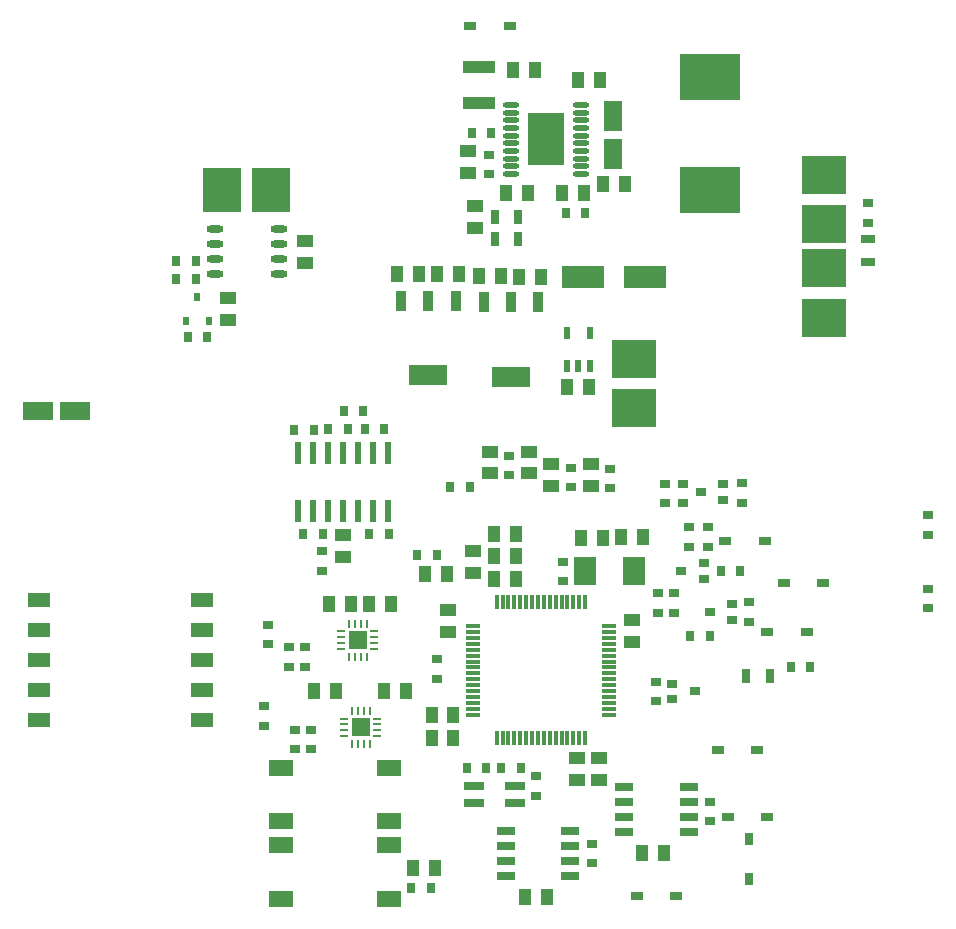
<source format=gtp>
G04*
G04 #@! TF.GenerationSoftware,Altium Limited,Altium Designer,21.8.1 (53)*
G04*
G04 Layer_Color=8421504*
%FSLAX25Y25*%
%MOIN*%
G70*
G04*
G04 #@! TF.SameCoordinates,67586CA8-3494-4C59-B5DC-5B9CAF07B576*
G04*
G04*
G04 #@! TF.FilePolarity,Positive*
G04*
G01*
G75*
%ADD18R,0.06102X0.02756*%
%ADD19R,0.03937X0.05315*%
%ADD20R,0.03937X0.02756*%
%ADD21R,0.03347X0.02756*%
%ADD22R,0.14567X0.12598*%
%ADD23R,0.08268X0.05512*%
%ADD24R,0.02756X0.03347*%
%ADD25R,0.02953X0.04921*%
%ADD26R,0.05315X0.03937*%
%ADD27R,0.07480X0.09449*%
%ADD28R,0.04724X0.01181*%
%ADD29R,0.01181X0.04724*%
%ADD30R,0.07087X0.02953*%
%ADD31R,0.02756X0.03937*%
%ADD32R,0.12598X0.06890*%
%ADD33R,0.03740X0.06890*%
%ADD34R,0.06496X0.06496*%
%ADD35R,0.00984X0.02756*%
%ADD36R,0.02756X0.00984*%
%ADD37R,0.02362X0.03937*%
%ADD38R,0.14173X0.07284*%
%ADD39R,0.04921X0.02953*%
%ADD40R,0.02200X0.07800*%
%ADD41R,0.03543X0.02756*%
%ADD42R,0.10827X0.04331*%
%ADD43O,0.05512X0.01772*%
%ADD44R,0.12402X0.17717*%
%ADD45O,0.05709X0.02362*%
%ADD46R,0.12598X0.14567*%
%ADD47R,0.02362X0.03150*%
%ADD48R,0.09843X0.06299*%
%ADD49R,0.06299X0.09843*%
%ADD50R,0.20079X0.15748*%
%ADD51R,0.07441X0.05000*%
D18*
X252728Y42045D02*
D03*
Y37045D02*
D03*
Y32045D02*
D03*
Y27045D02*
D03*
X231272D02*
D03*
Y32045D02*
D03*
Y37045D02*
D03*
Y42045D02*
D03*
X213228Y27347D02*
D03*
Y22347D02*
D03*
Y17347D02*
D03*
Y12348D02*
D03*
X191772D02*
D03*
Y17347D02*
D03*
Y22347D02*
D03*
Y27347D02*
D03*
D19*
X237358Y20000D02*
D03*
X244642D02*
D03*
X187858Y126494D02*
D03*
X195142D02*
D03*
X187808Y118997D02*
D03*
X195092D02*
D03*
X195142Y111500D02*
D03*
X187858D02*
D03*
X216956Y125000D02*
D03*
X224239D02*
D03*
X205642Y5500D02*
D03*
X198358D02*
D03*
X172142Y112987D02*
D03*
X164858D02*
D03*
X168171Y15000D02*
D03*
X160888D02*
D03*
X127858Y74146D02*
D03*
X135142D02*
D03*
X158642Y74146D02*
D03*
X151358D02*
D03*
X203642Y212000D02*
D03*
X196358D02*
D03*
X219500Y175500D02*
D03*
X212216D02*
D03*
X237642Y125500D02*
D03*
X230358D02*
D03*
X210549Y240000D02*
D03*
X217833D02*
D03*
X191858D02*
D03*
X199142D02*
D03*
X223142Y277800D02*
D03*
X215858D02*
D03*
X167058Y66010D02*
D03*
X174341D02*
D03*
X167058Y58513D02*
D03*
X174341D02*
D03*
X182858Y212500D02*
D03*
X190142D02*
D03*
X194358Y281000D02*
D03*
X201642D02*
D03*
X224358Y243000D02*
D03*
X231642D02*
D03*
X132956Y103270D02*
D03*
X140239D02*
D03*
X153642Y103270D02*
D03*
X146358D02*
D03*
X162739Y213000D02*
D03*
X155456D02*
D03*
X176142D02*
D03*
X168858D02*
D03*
D20*
X248594Y5802D02*
D03*
X235405D02*
D03*
X284405Y110000D02*
D03*
X297594D02*
D03*
X278976Y93869D02*
D03*
X292165D02*
D03*
X265811Y32285D02*
D03*
X279000D02*
D03*
X278095Y124000D02*
D03*
X264906D02*
D03*
X193095Y295710D02*
D03*
X179905D02*
D03*
X275689Y54500D02*
D03*
X262500D02*
D03*
D21*
X332500Y126252D02*
D03*
Y132748D02*
D03*
Y108248D02*
D03*
Y101752D02*
D03*
X127000Y54717D02*
D03*
Y61214D02*
D03*
X121471Y61214D02*
D03*
Y54717D02*
D03*
X259987Y37248D02*
D03*
Y30752D02*
D03*
X192987Y146088D02*
D03*
Y152584D02*
D03*
X213535Y148466D02*
D03*
Y141970D02*
D03*
X226561Y141768D02*
D03*
Y148264D02*
D03*
X202000Y39252D02*
D03*
Y45748D02*
D03*
X220500Y16752D02*
D03*
Y23248D02*
D03*
X125000Y88748D02*
D03*
Y82252D02*
D03*
X253000Y122252D02*
D03*
Y128748D02*
D03*
X312500Y230252D02*
D03*
Y236748D02*
D03*
X130500Y114252D02*
D03*
Y120748D02*
D03*
X259029Y122252D02*
D03*
X273000Y103748D02*
D03*
Y97252D02*
D03*
X259029Y128748D02*
D03*
X270500Y136918D02*
D03*
Y143414D02*
D03*
X251000Y143248D02*
D03*
Y136752D02*
D03*
X210737Y117248D02*
D03*
Y110752D02*
D03*
X186267Y252866D02*
D03*
Y246370D02*
D03*
X245000Y143248D02*
D03*
Y136752D02*
D03*
X169000Y84748D02*
D03*
X241731Y77248D02*
D03*
Y70752D02*
D03*
X169000Y78252D02*
D03*
X111133Y62542D02*
D03*
Y69038D02*
D03*
X119471Y88748D02*
D03*
Y82252D02*
D03*
X112500Y96248D02*
D03*
Y89752D02*
D03*
X242472Y100252D02*
D03*
Y106748D02*
D03*
X248000Y100252D02*
D03*
Y106748D02*
D03*
D22*
X298000Y198627D02*
D03*
Y214966D02*
D03*
Y229746D02*
D03*
Y246085D02*
D03*
X234500Y184839D02*
D03*
Y168500D02*
D03*
D23*
X152702Y4928D02*
D03*
X116875D02*
D03*
Y22645D02*
D03*
X152702D02*
D03*
X152827Y48500D02*
D03*
X117000D02*
D03*
X152827Y30784D02*
D03*
X117000D02*
D03*
D24*
X293248Y82000D02*
D03*
X286752D02*
D03*
X178752Y48500D02*
D03*
X185248D02*
D03*
X196748D02*
D03*
X190252D02*
D03*
X179748Y142000D02*
D03*
X173252D02*
D03*
X168748Y119500D02*
D03*
X162252D02*
D03*
X160297Y8487D02*
D03*
X166793D02*
D03*
X263500Y114000D02*
D03*
X269996D02*
D03*
X186973Y260000D02*
D03*
X180477D02*
D03*
X218248Y233487D02*
D03*
X211752D02*
D03*
X88432Y217500D02*
D03*
X81936D02*
D03*
X88432Y211500D02*
D03*
X81936D02*
D03*
X92248Y192000D02*
D03*
X85752D02*
D03*
X139182Y161500D02*
D03*
X132686D02*
D03*
X144752D02*
D03*
X151248D02*
D03*
X137752Y167487D02*
D03*
X144248D02*
D03*
X121252Y161034D02*
D03*
X127748D02*
D03*
X152748Y126308D02*
D03*
X146252D02*
D03*
X130748Y126308D02*
D03*
X124252D02*
D03*
X259748Y92500D02*
D03*
X253252D02*
D03*
D25*
X272000Y79000D02*
D03*
X279874D02*
D03*
X195937Y232000D02*
D03*
X188063D02*
D03*
Y224897D02*
D03*
X195937D02*
D03*
D26*
X186474Y153962D02*
D03*
Y146678D02*
D03*
X199500D02*
D03*
Y153962D02*
D03*
X207023Y149844D02*
D03*
Y142560D02*
D03*
X220048Y142358D02*
D03*
Y149642D02*
D03*
X215500Y51841D02*
D03*
Y44558D02*
D03*
X223000Y51642D02*
D03*
Y44358D02*
D03*
X181000Y120642D02*
D03*
Y113358D02*
D03*
X234000Y97642D02*
D03*
Y90358D02*
D03*
X172500Y93858D02*
D03*
Y101142D02*
D03*
X99253Y197858D02*
D03*
Y205142D02*
D03*
X179326Y246823D02*
D03*
Y254107D02*
D03*
X181500Y235642D02*
D03*
Y228358D02*
D03*
X125000Y224142D02*
D03*
Y216858D02*
D03*
X137513Y126013D02*
D03*
Y118729D02*
D03*
D27*
X218234Y114000D02*
D03*
X234376D02*
D03*
D28*
X226138Y95764D02*
D03*
Y91827D02*
D03*
Y89858D02*
D03*
Y85921D02*
D03*
Y83953D02*
D03*
Y81984D02*
D03*
Y80016D02*
D03*
Y78047D02*
D03*
Y76079D02*
D03*
Y74110D02*
D03*
Y72142D02*
D03*
Y70173D02*
D03*
Y68205D02*
D03*
Y66236D02*
D03*
X180862Y80016D02*
D03*
Y78047D02*
D03*
Y76079D02*
D03*
Y74110D02*
D03*
Y72142D02*
D03*
Y70173D02*
D03*
Y68205D02*
D03*
Y66236D02*
D03*
Y95764D02*
D03*
Y91827D02*
D03*
Y89858D02*
D03*
Y87890D02*
D03*
Y85921D02*
D03*
Y83953D02*
D03*
Y81984D02*
D03*
Y93795D02*
D03*
X226138Y87890D02*
D03*
Y93795D02*
D03*
D29*
X218264Y58362D02*
D03*
X216295D02*
D03*
X214327D02*
D03*
X212358D02*
D03*
X210390D02*
D03*
X208421D02*
D03*
X206453D02*
D03*
X204484D02*
D03*
X202516D02*
D03*
X200547D02*
D03*
X198579D02*
D03*
X196610D02*
D03*
X194642D02*
D03*
X192673D02*
D03*
X190705D02*
D03*
X188736D02*
D03*
X218264Y103638D02*
D03*
X216295D02*
D03*
X214327D02*
D03*
X212358D02*
D03*
X210390D02*
D03*
X208421D02*
D03*
X206453D02*
D03*
X204484D02*
D03*
X202516D02*
D03*
X200547D02*
D03*
X198579D02*
D03*
X194642D02*
D03*
X192673D02*
D03*
X190705D02*
D03*
X188736D02*
D03*
X196610D02*
D03*
D30*
X181307Y36771D02*
D03*
X194693D02*
D03*
X181307Y42479D02*
D03*
X194693D02*
D03*
D31*
X273000Y24689D02*
D03*
Y11500D02*
D03*
D32*
X193500Y178912D02*
D03*
X166000Y179412D02*
D03*
D33*
X184445Y203715D02*
D03*
X193500D02*
D03*
X202555D02*
D03*
X156945Y204216D02*
D03*
X166000D02*
D03*
X175055D02*
D03*
D34*
X143453Y61988D02*
D03*
X142488Y91047D02*
D03*
D35*
X146405Y56476D02*
D03*
X144437D02*
D03*
X142469D02*
D03*
X140500D02*
D03*
Y67500D02*
D03*
X142469D02*
D03*
X144437D02*
D03*
X146405D02*
D03*
X145441Y96559D02*
D03*
X143472D02*
D03*
X141504D02*
D03*
X139535D02*
D03*
Y85535D02*
D03*
X141504D02*
D03*
X143472D02*
D03*
X145441D02*
D03*
D36*
X137941Y59035D02*
D03*
Y61004D02*
D03*
Y62972D02*
D03*
Y64941D02*
D03*
X148965D02*
D03*
Y62972D02*
D03*
Y61004D02*
D03*
Y59035D02*
D03*
X148000Y88095D02*
D03*
Y90063D02*
D03*
Y92032D02*
D03*
Y94000D02*
D03*
X136976D02*
D03*
Y92032D02*
D03*
Y90063D02*
D03*
Y88095D02*
D03*
D37*
X212260Y182587D02*
D03*
X216000D02*
D03*
X219740D02*
D03*
Y193413D02*
D03*
X212260D02*
D03*
D38*
X217500Y212135D02*
D03*
X238169D02*
D03*
D39*
X312500Y217063D02*
D03*
Y224937D02*
D03*
D40*
X132500Y133971D02*
D03*
X137500Y153371D02*
D03*
X122500Y133971D02*
D03*
X127500D02*
D03*
X137500D02*
D03*
X142500D02*
D03*
X147500D02*
D03*
X152500D02*
D03*
Y153371D02*
D03*
X147500D02*
D03*
X142500D02*
D03*
X132500D02*
D03*
X127500D02*
D03*
X122500D02*
D03*
D41*
X250260Y114147D02*
D03*
X257740Y111588D02*
D03*
Y116706D02*
D03*
X264240Y143059D02*
D03*
Y137941D02*
D03*
X256760Y140500D02*
D03*
X254740Y74000D02*
D03*
X247260Y76559D02*
D03*
Y71441D02*
D03*
X259760Y100500D02*
D03*
X267240Y97941D02*
D03*
Y103059D02*
D03*
D42*
X183000Y282004D02*
D03*
Y269996D02*
D03*
D43*
X193489Y269516D02*
D03*
Y266957D02*
D03*
Y264398D02*
D03*
Y261839D02*
D03*
Y259279D02*
D03*
Y256720D02*
D03*
Y254161D02*
D03*
Y251602D02*
D03*
Y249043D02*
D03*
Y246484D02*
D03*
X216718Y269516D02*
D03*
Y266957D02*
D03*
Y264398D02*
D03*
Y261839D02*
D03*
Y259279D02*
D03*
Y256720D02*
D03*
Y254161D02*
D03*
Y251602D02*
D03*
Y249043D02*
D03*
Y246484D02*
D03*
D44*
X205103Y258000D02*
D03*
D45*
X94772Y228000D02*
D03*
Y218000D02*
D03*
Y213000D02*
D03*
X116228Y228000D02*
D03*
Y218000D02*
D03*
Y213000D02*
D03*
Y223000D02*
D03*
X94772D02*
D03*
D46*
X97206Y241151D02*
D03*
X113544D02*
D03*
D47*
X92740Y197547D02*
D03*
X85260D02*
D03*
X89000Y205500D02*
D03*
D48*
X48299Y167500D02*
D03*
X35701D02*
D03*
D49*
X227500Y253162D02*
D03*
Y265761D02*
D03*
D50*
X259907Y278633D02*
D03*
Y241231D02*
D03*
D51*
X90646Y84500D02*
D03*
Y74500D02*
D03*
Y64500D02*
D03*
Y94500D02*
D03*
Y104500D02*
D03*
X36354Y84500D02*
D03*
Y74500D02*
D03*
Y64500D02*
D03*
Y94500D02*
D03*
Y104500D02*
D03*
M02*

</source>
